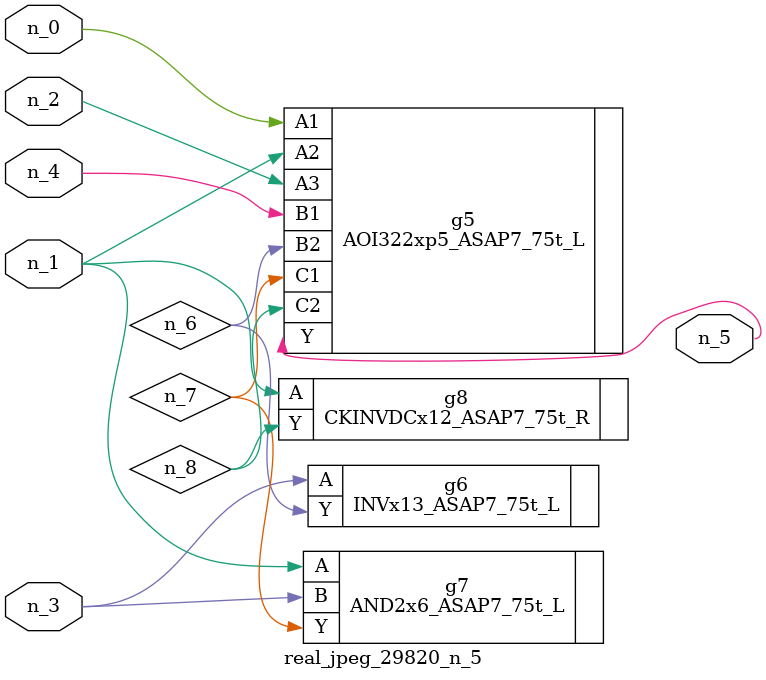
<source format=v>
module real_jpeg_29820_n_5 (n_4, n_0, n_1, n_2, n_3, n_5);

input n_4;
input n_0;
input n_1;
input n_2;
input n_3;

output n_5;

wire n_8;
wire n_6;
wire n_7;

AOI322xp5_ASAP7_75t_L g5 ( 
.A1(n_0),
.A2(n_1),
.A3(n_2),
.B1(n_4),
.B2(n_6),
.C1(n_7),
.C2(n_8),
.Y(n_5)
);

AND2x6_ASAP7_75t_L g7 ( 
.A(n_1),
.B(n_3),
.Y(n_7)
);

CKINVDCx12_ASAP7_75t_R g8 ( 
.A(n_1),
.Y(n_8)
);

INVx13_ASAP7_75t_L g6 ( 
.A(n_3),
.Y(n_6)
);


endmodule
</source>
